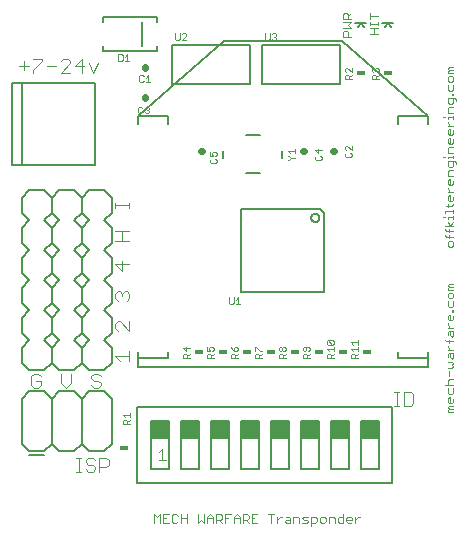
<source format=gto>
G75*
G70*
%OFA0B0*%
%FSLAX24Y24*%
%IPPOS*%
%LPD*%
%AMOC8*
5,1,8,0,0,1.08239X$1,22.5*
%
%ADD10C,0.0040*%
%ADD11C,0.0030*%
%ADD12C,0.0020*%
%ADD13C,0.0080*%
%ADD14C,0.0060*%
%ADD15R,0.0600X0.0600*%
%ADD16R,0.0300X0.0180*%
%ADD17C,0.0220*%
D10*
X002670Y002370D02*
X002823Y002370D01*
X002747Y002370D02*
X002747Y002830D01*
X002823Y002830D02*
X002670Y002830D01*
X002977Y002754D02*
X002977Y002677D01*
X003054Y002600D01*
X003207Y002600D01*
X003284Y002523D01*
X003284Y002447D01*
X003207Y002370D01*
X003054Y002370D01*
X002977Y002447D01*
X002977Y002754D02*
X003054Y002830D01*
X003207Y002830D01*
X003284Y002754D01*
X003437Y002830D02*
X003668Y002830D01*
X003744Y002754D01*
X003744Y002600D01*
X003668Y002523D01*
X003437Y002523D01*
X003437Y002370D02*
X003437Y002830D01*
X003400Y005170D02*
X003247Y005170D01*
X003170Y005247D01*
X003247Y005400D02*
X003170Y005477D01*
X003170Y005554D01*
X003247Y005630D01*
X003400Y005630D01*
X003477Y005554D01*
X003400Y005400D02*
X003247Y005400D01*
X003400Y005400D02*
X003477Y005323D01*
X003477Y005247D01*
X003400Y005170D01*
X004123Y006070D02*
X003970Y006223D01*
X004430Y006223D01*
X004430Y006070D02*
X004430Y006377D01*
X004430Y007070D02*
X004123Y007377D01*
X004046Y007377D01*
X003970Y007300D01*
X003970Y007147D01*
X004046Y007070D01*
X004430Y007070D02*
X004430Y007377D01*
X004353Y008070D02*
X004430Y008147D01*
X004430Y008300D01*
X004353Y008377D01*
X004277Y008377D01*
X004200Y008300D01*
X004200Y008223D01*
X004200Y008300D02*
X004123Y008377D01*
X004046Y008377D01*
X003970Y008300D01*
X003970Y008147D01*
X004046Y008070D01*
X004200Y009070D02*
X004200Y009377D01*
X004430Y009300D02*
X003970Y009300D01*
X004200Y009070D01*
X004200Y010070D02*
X004200Y010377D01*
X003970Y010377D02*
X004430Y010377D01*
X004430Y010070D02*
X003970Y010070D01*
X003970Y011170D02*
X003970Y011323D01*
X003970Y011247D02*
X004430Y011247D01*
X004430Y011323D02*
X004430Y011170D01*
X003225Y015670D02*
X003379Y015977D01*
X003072Y015977D02*
X003225Y015670D01*
X002918Y015900D02*
X002612Y015900D01*
X002842Y016130D01*
X002842Y015670D01*
X002458Y015670D02*
X002151Y015670D01*
X002458Y015977D01*
X002458Y016054D01*
X002381Y016130D01*
X002228Y016130D01*
X002151Y016054D01*
X001998Y015900D02*
X001691Y015900D01*
X001537Y016054D02*
X001230Y015747D01*
X001230Y015670D01*
X001077Y015900D02*
X000770Y015900D01*
X000923Y015747D02*
X000923Y016054D01*
X001230Y016130D02*
X001537Y016130D01*
X001537Y016054D01*
X001400Y005630D02*
X001247Y005630D01*
X001170Y005554D01*
X001170Y005247D01*
X001247Y005170D01*
X001400Y005170D01*
X001477Y005247D01*
X001477Y005400D01*
X001323Y005400D01*
X001477Y005554D02*
X001400Y005630D01*
X002170Y005630D02*
X002170Y005323D01*
X002323Y005170D01*
X002477Y005323D01*
X002477Y005630D01*
X013270Y005030D02*
X013423Y005030D01*
X013347Y005030D02*
X013347Y004570D01*
X013423Y004570D02*
X013270Y004570D01*
X013577Y004570D02*
X013807Y004570D01*
X013884Y004647D01*
X013884Y004954D01*
X013807Y005030D01*
X013577Y005030D01*
X013577Y004570D01*
D11*
X014945Y005249D02*
X015235Y005249D01*
X015235Y005148D02*
X015235Y005003D01*
X015187Y004954D01*
X015090Y004954D01*
X015042Y005003D01*
X015042Y005148D01*
X015090Y005249D02*
X015042Y005297D01*
X015042Y005394D01*
X015090Y005442D01*
X015235Y005442D01*
X015090Y005544D02*
X015090Y005737D01*
X015042Y005838D02*
X015187Y005838D01*
X015235Y005887D01*
X015187Y005935D01*
X015235Y005983D01*
X015187Y006032D01*
X015042Y006032D01*
X015042Y006181D02*
X015042Y006278D01*
X015090Y006326D01*
X015235Y006326D01*
X015235Y006181D01*
X015187Y006133D01*
X015138Y006181D01*
X015138Y006326D01*
X015138Y006428D02*
X015042Y006524D01*
X015042Y006573D01*
X015090Y006673D02*
X015090Y006770D01*
X014993Y006721D02*
X014945Y006770D01*
X014993Y006721D02*
X015235Y006721D01*
X015187Y006870D02*
X015138Y006918D01*
X015138Y007063D01*
X015090Y007063D02*
X015235Y007063D01*
X015235Y006918D01*
X015187Y006870D01*
X015042Y006918D02*
X015042Y007015D01*
X015090Y007063D01*
X015138Y007164D02*
X015042Y007261D01*
X015042Y007309D01*
X015090Y007410D02*
X015042Y007458D01*
X015042Y007555D01*
X015090Y007603D01*
X015138Y007603D01*
X015138Y007410D01*
X015090Y007410D02*
X015187Y007410D01*
X015235Y007458D01*
X015235Y007555D01*
X015235Y007704D02*
X015235Y007753D01*
X015187Y007753D01*
X015187Y007704D01*
X015235Y007704D01*
X015187Y007852D02*
X015090Y007852D01*
X015042Y007900D01*
X015042Y008045D01*
X015090Y008146D02*
X015187Y008146D01*
X015235Y008195D01*
X015235Y008291D01*
X015187Y008340D01*
X015090Y008340D01*
X015042Y008291D01*
X015042Y008195D01*
X015090Y008146D01*
X015235Y008045D02*
X015235Y007900D01*
X015187Y007852D01*
X015235Y008441D02*
X015042Y008441D01*
X015042Y008489D01*
X015090Y008538D01*
X015042Y008586D01*
X015090Y008635D01*
X015235Y008635D01*
X015235Y008538D02*
X015090Y008538D01*
X015090Y009865D02*
X015187Y009865D01*
X015235Y009913D01*
X015235Y010010D01*
X015187Y010058D01*
X015090Y010058D01*
X015042Y010010D01*
X015042Y009913D01*
X015090Y009865D01*
X015090Y010160D02*
X015090Y010256D01*
X015090Y010356D02*
X015090Y010453D01*
X014993Y010404D02*
X014945Y010453D01*
X014993Y010404D02*
X015235Y010404D01*
X015235Y010553D02*
X014945Y010553D01*
X015042Y010698D02*
X015138Y010553D01*
X015235Y010698D01*
X015235Y010798D02*
X015235Y010895D01*
X015235Y010846D02*
X015042Y010846D01*
X015042Y010798D01*
X014945Y010846D02*
X014896Y010846D01*
X014945Y010994D02*
X014945Y011043D01*
X015235Y011043D01*
X015235Y011091D02*
X015235Y010994D01*
X015187Y011239D02*
X014993Y011239D01*
X015042Y011191D02*
X015042Y011288D01*
X015090Y011387D02*
X015042Y011436D01*
X015042Y011532D01*
X015090Y011581D01*
X015138Y011581D01*
X015138Y011387D01*
X015090Y011387D02*
X015187Y011387D01*
X015235Y011436D01*
X015235Y011532D01*
X015235Y011682D02*
X015042Y011682D01*
X015138Y011682D02*
X015042Y011779D01*
X015042Y011827D01*
X015090Y011928D02*
X015042Y011976D01*
X015042Y012073D01*
X015090Y012121D01*
X015138Y012121D01*
X015138Y011928D01*
X015090Y011928D02*
X015187Y011928D01*
X015235Y011976D01*
X015235Y012073D01*
X015235Y012222D02*
X015042Y012222D01*
X015042Y012367D01*
X015090Y012416D01*
X015235Y012416D01*
X015187Y012517D02*
X015235Y012565D01*
X015235Y012710D01*
X015283Y012710D02*
X015042Y012710D01*
X015042Y012565D01*
X015090Y012517D01*
X015187Y012517D01*
X015332Y012614D02*
X015332Y012662D01*
X015283Y012710D01*
X015235Y012812D02*
X015235Y012908D01*
X015235Y012860D02*
X015042Y012860D01*
X015042Y012812D01*
X014945Y012860D02*
X014896Y012860D01*
X015042Y013008D02*
X015042Y013153D01*
X015090Y013201D01*
X015235Y013201D01*
X015187Y013303D02*
X015090Y013303D01*
X015042Y013351D01*
X015042Y013448D01*
X015090Y013496D01*
X015138Y013496D01*
X015138Y013303D01*
X015187Y013303D02*
X015235Y013351D01*
X015235Y013448D01*
X015187Y013597D02*
X015090Y013597D01*
X015042Y013646D01*
X015042Y013742D01*
X015090Y013791D01*
X015138Y013791D01*
X015138Y013597D01*
X015187Y013597D02*
X015235Y013646D01*
X015235Y013742D01*
X015235Y013892D02*
X015042Y013892D01*
X015138Y013892D02*
X015042Y013989D01*
X015042Y014037D01*
X015042Y014137D02*
X015042Y014186D01*
X015235Y014186D01*
X015235Y014234D02*
X015235Y014137D01*
X015235Y014334D02*
X015042Y014334D01*
X015042Y014479D01*
X015090Y014527D01*
X015235Y014527D01*
X015187Y014629D02*
X015090Y014629D01*
X015042Y014677D01*
X015042Y014822D01*
X015283Y014822D01*
X015332Y014774D01*
X015332Y014725D01*
X015235Y014677D02*
X015235Y014822D01*
X015235Y014923D02*
X015235Y014972D01*
X015187Y014972D01*
X015187Y014923D01*
X015235Y014923D01*
X015187Y015071D02*
X015090Y015071D01*
X015042Y015119D01*
X015042Y015264D01*
X015090Y015365D02*
X015187Y015365D01*
X015235Y015414D01*
X015235Y015510D01*
X015187Y015559D01*
X015090Y015559D01*
X015042Y015510D01*
X015042Y015414D01*
X015090Y015365D01*
X015235Y015264D02*
X015235Y015119D01*
X015187Y015071D01*
X015235Y014677D02*
X015187Y014629D01*
X014945Y014186D02*
X014896Y014186D01*
X015042Y013008D02*
X015235Y013008D01*
X015235Y011288D02*
X015187Y011239D01*
X014945Y010256D02*
X014993Y010208D01*
X015235Y010208D01*
X015235Y007164D02*
X015042Y007164D01*
X015042Y006428D02*
X015235Y006428D01*
X015138Y004853D02*
X015090Y004853D01*
X015042Y004805D01*
X015042Y004708D01*
X015090Y004660D01*
X015187Y004660D01*
X015235Y004708D01*
X015235Y004805D01*
X015138Y004853D02*
X015138Y004660D01*
X015090Y004558D02*
X015235Y004558D01*
X015235Y004462D02*
X015090Y004462D01*
X015042Y004510D01*
X015090Y004558D01*
X015090Y004462D02*
X015042Y004413D01*
X015042Y004365D01*
X015235Y004365D01*
X012108Y000858D02*
X012059Y000858D01*
X011962Y000762D01*
X011962Y000858D02*
X011962Y000665D01*
X011861Y000762D02*
X011668Y000762D01*
X011668Y000810D02*
X011716Y000858D01*
X011813Y000858D01*
X011861Y000810D01*
X011861Y000762D01*
X011813Y000665D02*
X011716Y000665D01*
X011668Y000713D01*
X011668Y000810D01*
X011567Y000858D02*
X011421Y000858D01*
X011373Y000810D01*
X011373Y000713D01*
X011421Y000665D01*
X011567Y000665D01*
X011567Y000955D01*
X011272Y000810D02*
X011272Y000665D01*
X011272Y000810D02*
X011224Y000858D01*
X011078Y000858D01*
X011078Y000665D01*
X010977Y000713D02*
X010977Y000810D01*
X010929Y000858D01*
X010832Y000858D01*
X010784Y000810D01*
X010784Y000713D01*
X010832Y000665D01*
X010929Y000665D01*
X010977Y000713D01*
X010683Y000713D02*
X010634Y000665D01*
X010489Y000665D01*
X010489Y000568D02*
X010489Y000858D01*
X010634Y000858D01*
X010683Y000810D01*
X010683Y000713D01*
X010388Y000713D02*
X010340Y000762D01*
X010243Y000762D01*
X010194Y000810D01*
X010243Y000858D01*
X010388Y000858D01*
X010388Y000713D02*
X010340Y000665D01*
X010194Y000665D01*
X010093Y000665D02*
X010093Y000810D01*
X010045Y000858D01*
X009900Y000858D01*
X009900Y000665D01*
X009799Y000665D02*
X009799Y000810D01*
X009750Y000858D01*
X009654Y000858D01*
X009654Y000762D02*
X009799Y000762D01*
X009799Y000665D02*
X009654Y000665D01*
X009605Y000713D01*
X009654Y000762D01*
X009505Y000858D02*
X009456Y000858D01*
X009360Y000762D01*
X009360Y000858D02*
X009360Y000665D01*
X009162Y000665D02*
X009162Y000955D01*
X009258Y000955D02*
X009065Y000955D01*
X008700Y000955D02*
X008506Y000955D01*
X008506Y000665D01*
X008700Y000665D01*
X008603Y000810D02*
X008506Y000810D01*
X008405Y000810D02*
X008357Y000762D01*
X008212Y000762D01*
X008308Y000762D02*
X008405Y000665D01*
X008405Y000810D02*
X008405Y000907D01*
X008357Y000955D01*
X008212Y000955D01*
X008212Y000665D01*
X008110Y000665D02*
X008110Y000858D01*
X008014Y000955D01*
X007917Y000858D01*
X007917Y000665D01*
X007917Y000810D02*
X008110Y000810D01*
X007816Y000955D02*
X007622Y000955D01*
X007622Y000665D01*
X007521Y000665D02*
X007424Y000762D01*
X007473Y000762D02*
X007328Y000762D01*
X007328Y000665D02*
X007328Y000955D01*
X007473Y000955D01*
X007521Y000907D01*
X007521Y000810D01*
X007473Y000762D01*
X007622Y000810D02*
X007719Y000810D01*
X007226Y000810D02*
X007033Y000810D01*
X007033Y000858D02*
X007130Y000955D01*
X007226Y000858D01*
X007226Y000665D01*
X007033Y000665D02*
X007033Y000858D01*
X006932Y000955D02*
X006932Y000665D01*
X006835Y000762D01*
X006738Y000665D01*
X006738Y000955D01*
X006342Y000955D02*
X006342Y000665D01*
X006342Y000810D02*
X006149Y000810D01*
X006048Y000713D02*
X005999Y000665D01*
X005903Y000665D01*
X005854Y000713D01*
X005854Y000907D01*
X005903Y000955D01*
X005999Y000955D01*
X006048Y000907D01*
X006149Y000955D02*
X006149Y000665D01*
X005753Y000665D02*
X005560Y000665D01*
X005560Y000955D01*
X005753Y000955D01*
X005656Y000810D02*
X005560Y000810D01*
X005458Y000955D02*
X005458Y000665D01*
X005265Y000665D02*
X005265Y000955D01*
X005362Y000858D01*
X005458Y000955D01*
X005415Y002765D02*
X005662Y002765D01*
X005538Y002765D02*
X005538Y003135D01*
X005415Y003012D01*
X015042Y015660D02*
X015042Y015708D01*
X015090Y015757D01*
X015042Y015805D01*
X015090Y015853D01*
X015235Y015853D01*
X015235Y015757D02*
X015090Y015757D01*
X015042Y015660D02*
X015235Y015660D01*
X012735Y016965D02*
X012445Y016965D01*
X012590Y016965D02*
X012590Y017158D01*
X012445Y017158D02*
X012735Y017158D01*
X012735Y017260D02*
X012735Y017356D01*
X012735Y017308D02*
X012445Y017308D01*
X012445Y017260D02*
X012445Y017356D01*
X012445Y017456D02*
X012445Y017650D01*
X012445Y017553D02*
X012735Y017553D01*
X011835Y017648D02*
X011738Y017551D01*
X011738Y017599D02*
X011738Y017454D01*
X011835Y017454D02*
X011545Y017454D01*
X011545Y017599D01*
X011593Y017648D01*
X011690Y017648D01*
X011738Y017599D01*
X011835Y017353D02*
X011545Y017353D01*
X011545Y017160D02*
X011835Y017160D01*
X011738Y017256D01*
X011835Y017353D01*
X011690Y017058D02*
X011738Y017010D01*
X011738Y016865D01*
X011835Y016865D02*
X011545Y016865D01*
X011545Y017010D01*
X011593Y017058D01*
X011690Y017058D01*
D12*
X011693Y015828D02*
X011657Y015828D01*
X011620Y015791D01*
X011620Y015718D01*
X011657Y015681D01*
X011657Y015607D02*
X011730Y015607D01*
X011767Y015570D01*
X011767Y015460D01*
X011840Y015460D02*
X011620Y015460D01*
X011620Y015570D01*
X011657Y015607D01*
X011767Y015533D02*
X011840Y015607D01*
X011840Y015681D02*
X011693Y015828D01*
X011840Y015828D02*
X011840Y015681D01*
X012520Y015718D02*
X012520Y015791D01*
X012557Y015828D01*
X012593Y015828D01*
X012630Y015791D01*
X012667Y015828D01*
X012703Y015828D01*
X012740Y015791D01*
X012740Y015718D01*
X012703Y015681D01*
X012740Y015607D02*
X012667Y015533D01*
X012667Y015570D02*
X012667Y015460D01*
X012740Y015460D02*
X012520Y015460D01*
X012520Y015570D01*
X012557Y015607D01*
X012630Y015607D01*
X012667Y015570D01*
X012557Y015681D02*
X012520Y015718D01*
X012630Y015754D02*
X012630Y015791D01*
X011840Y013228D02*
X011840Y013081D01*
X011693Y013228D01*
X011657Y013228D01*
X011620Y013191D01*
X011620Y013118D01*
X011657Y013081D01*
X011657Y013007D02*
X011620Y012970D01*
X011620Y012897D01*
X011657Y012860D01*
X011803Y012860D01*
X011840Y012897D01*
X011840Y012970D01*
X011803Y013007D01*
X010840Y013091D02*
X010620Y013091D01*
X010730Y012981D01*
X010730Y013128D01*
X010803Y012907D02*
X010840Y012870D01*
X010840Y012797D01*
X010803Y012760D01*
X010657Y012760D01*
X010620Y012797D01*
X010620Y012870D01*
X010657Y012907D01*
X009940Y012833D02*
X009830Y012833D01*
X009757Y012907D01*
X009720Y012907D01*
X009793Y012981D02*
X009720Y013054D01*
X009940Y013054D01*
X009940Y012981D02*
X009940Y013128D01*
X009830Y012833D02*
X009757Y012760D01*
X009720Y012760D01*
X007340Y012697D02*
X007340Y012770D01*
X007303Y012807D01*
X007303Y012881D02*
X007340Y012918D01*
X007340Y012991D01*
X007303Y013028D01*
X007230Y013028D01*
X007193Y012991D01*
X007193Y012954D01*
X007230Y012881D01*
X007120Y012881D01*
X007120Y013028D01*
X007157Y012807D02*
X007120Y012770D01*
X007120Y012697D01*
X007157Y012660D01*
X007303Y012660D01*
X007340Y012697D01*
X005086Y014357D02*
X005049Y014320D01*
X004976Y014320D01*
X004939Y014357D01*
X004865Y014357D02*
X004828Y014320D01*
X004755Y014320D01*
X004718Y014357D01*
X004718Y014503D01*
X004755Y014540D01*
X004828Y014540D01*
X004865Y014503D01*
X004939Y014503D02*
X004976Y014540D01*
X005049Y014540D01*
X005086Y014503D01*
X005086Y014467D01*
X005049Y014430D01*
X005086Y014393D01*
X005086Y014357D01*
X005049Y014430D02*
X005012Y014430D01*
X004981Y015360D02*
X005128Y015360D01*
X005054Y015360D02*
X005054Y015580D01*
X004981Y015507D01*
X004907Y015543D02*
X004870Y015580D01*
X004797Y015580D01*
X004760Y015543D01*
X004760Y015397D01*
X004797Y015360D01*
X004870Y015360D01*
X004907Y015397D01*
X004428Y016060D02*
X004281Y016060D01*
X004354Y016060D02*
X004354Y016280D01*
X004281Y016207D01*
X004207Y016243D02*
X004170Y016280D01*
X004060Y016280D01*
X004060Y016060D01*
X004170Y016060D01*
X004207Y016097D01*
X004207Y016243D01*
X005960Y016797D02*
X005997Y016760D01*
X006070Y016760D01*
X006107Y016797D01*
X006107Y016980D01*
X006181Y016943D02*
X006218Y016980D01*
X006291Y016980D01*
X006328Y016943D01*
X006328Y016907D01*
X006181Y016760D01*
X006328Y016760D01*
X005960Y016797D02*
X005960Y016980D01*
X008960Y016980D02*
X008960Y016797D01*
X008997Y016760D01*
X009070Y016760D01*
X009107Y016797D01*
X009107Y016980D01*
X009181Y016943D02*
X009218Y016980D01*
X009291Y016980D01*
X009328Y016943D01*
X009328Y016907D01*
X009291Y016870D01*
X009328Y016833D01*
X009328Y016797D01*
X009291Y016760D01*
X009218Y016760D01*
X009181Y016797D01*
X009254Y016870D02*
X009291Y016870D01*
X008054Y008180D02*
X008054Y007960D01*
X007981Y007960D02*
X008128Y007960D01*
X007981Y008107D02*
X008054Y008180D01*
X007907Y008180D02*
X007907Y007997D01*
X007870Y007960D01*
X007797Y007960D01*
X007760Y007997D01*
X007760Y008180D01*
X007820Y006528D02*
X007857Y006454D01*
X007930Y006381D01*
X007930Y006491D01*
X007967Y006528D01*
X008003Y006528D01*
X008040Y006491D01*
X008040Y006418D01*
X008003Y006381D01*
X007930Y006381D01*
X007930Y006307D02*
X007967Y006270D01*
X007967Y006160D01*
X008040Y006160D02*
X007820Y006160D01*
X007820Y006270D01*
X007857Y006307D01*
X007930Y006307D01*
X007967Y006233D02*
X008040Y006307D01*
X008620Y006270D02*
X008657Y006307D01*
X008730Y006307D01*
X008767Y006270D01*
X008767Y006160D01*
X008840Y006160D02*
X008620Y006160D01*
X008620Y006270D01*
X008620Y006381D02*
X008620Y006528D01*
X008657Y006528D01*
X008803Y006381D01*
X008840Y006381D01*
X008840Y006307D02*
X008767Y006233D01*
X009420Y006270D02*
X009457Y006307D01*
X009530Y006307D01*
X009567Y006270D01*
X009567Y006160D01*
X009640Y006160D02*
X009420Y006160D01*
X009420Y006270D01*
X009457Y006381D02*
X009493Y006381D01*
X009530Y006418D01*
X009530Y006491D01*
X009567Y006528D01*
X009603Y006528D01*
X009640Y006491D01*
X009640Y006418D01*
X009603Y006381D01*
X009567Y006381D01*
X009530Y006418D01*
X009530Y006491D02*
X009493Y006528D01*
X009457Y006528D01*
X009420Y006491D01*
X009420Y006418D01*
X009457Y006381D01*
X009567Y006233D02*
X009640Y006307D01*
X010220Y006270D02*
X010257Y006307D01*
X010330Y006307D01*
X010367Y006270D01*
X010367Y006160D01*
X010440Y006160D02*
X010220Y006160D01*
X010220Y006270D01*
X010257Y006381D02*
X010293Y006381D01*
X010330Y006418D01*
X010330Y006528D01*
X010403Y006528D02*
X010257Y006528D01*
X010220Y006491D01*
X010220Y006418D01*
X010257Y006381D01*
X010403Y006381D02*
X010440Y006418D01*
X010440Y006491D01*
X010403Y006528D01*
X010440Y006307D02*
X010367Y006233D01*
X011020Y006270D02*
X011057Y006307D01*
X011130Y006307D01*
X011167Y006270D01*
X011167Y006160D01*
X011240Y006160D02*
X011020Y006160D01*
X011020Y006270D01*
X011093Y006381D02*
X011020Y006454D01*
X011240Y006454D01*
X011240Y006381D02*
X011240Y006528D01*
X011203Y006602D02*
X011057Y006749D01*
X011203Y006749D01*
X011240Y006712D01*
X011240Y006639D01*
X011203Y006602D01*
X011057Y006602D01*
X011020Y006639D01*
X011020Y006712D01*
X011057Y006749D01*
X011240Y006307D02*
X011167Y006233D01*
X011820Y006270D02*
X011857Y006307D01*
X011930Y006307D01*
X011967Y006270D01*
X011967Y006160D01*
X012040Y006160D02*
X011820Y006160D01*
X011820Y006270D01*
X011893Y006381D02*
X011820Y006454D01*
X012040Y006454D01*
X012040Y006381D02*
X012040Y006528D01*
X012040Y006602D02*
X012040Y006749D01*
X012040Y006675D02*
X011820Y006675D01*
X011893Y006602D01*
X012040Y006307D02*
X011967Y006233D01*
X007240Y006160D02*
X007020Y006160D01*
X007020Y006270D01*
X007057Y006307D01*
X007130Y006307D01*
X007167Y006270D01*
X007167Y006160D01*
X007167Y006233D02*
X007240Y006307D01*
X007203Y006381D02*
X007240Y006418D01*
X007240Y006491D01*
X007203Y006528D01*
X007130Y006528D01*
X007093Y006491D01*
X007093Y006454D01*
X007130Y006381D01*
X007020Y006381D01*
X007020Y006528D01*
X006440Y006491D02*
X006220Y006491D01*
X006330Y006381D01*
X006330Y006528D01*
X006330Y006307D02*
X006367Y006270D01*
X006367Y006160D01*
X006440Y006160D02*
X006220Y006160D01*
X006220Y006270D01*
X006257Y006307D01*
X006330Y006307D01*
X006367Y006233D02*
X006440Y006307D01*
X004440Y004328D02*
X004440Y004181D01*
X004440Y004254D02*
X004220Y004254D01*
X004293Y004181D01*
X004257Y004107D02*
X004330Y004107D01*
X004367Y004070D01*
X004367Y003960D01*
X004440Y003960D02*
X004220Y003960D01*
X004220Y004070D01*
X004257Y004107D01*
X004367Y004033D02*
X004440Y004107D01*
D13*
X001600Y002918D02*
X001100Y002918D01*
X001100Y003050D02*
X001600Y003050D01*
X001850Y003300D01*
X001850Y004800D01*
X002100Y005050D01*
X002600Y005050D01*
X002850Y004800D01*
X002850Y003300D01*
X003100Y003050D01*
X003600Y003050D01*
X003850Y003300D01*
X003850Y004800D01*
X003600Y005050D01*
X003100Y005050D01*
X002850Y004800D01*
X002600Y005750D02*
X002100Y005750D01*
X001850Y006000D01*
X001850Y006500D01*
X002100Y006750D01*
X001850Y007000D01*
X001850Y007500D01*
X002100Y007750D01*
X001850Y008000D01*
X001850Y008500D01*
X002100Y008750D01*
X001850Y009000D01*
X001850Y009500D01*
X002100Y009750D01*
X001850Y010000D01*
X001850Y010500D01*
X002100Y010750D01*
X001850Y011000D01*
X001850Y011500D01*
X002100Y011750D01*
X002600Y011750D01*
X002850Y011500D01*
X002850Y011000D01*
X003100Y010750D01*
X002850Y010500D01*
X002850Y010000D01*
X003100Y009750D01*
X002850Y009500D01*
X002850Y009000D01*
X003100Y008750D01*
X002850Y008500D01*
X002850Y008000D01*
X003100Y007750D01*
X002850Y007500D01*
X002850Y007000D01*
X003100Y006750D01*
X002850Y006500D01*
X002850Y006000D01*
X003100Y005750D01*
X003600Y005750D01*
X003850Y006000D01*
X003850Y006500D01*
X003600Y006750D01*
X003850Y007000D01*
X003850Y007500D01*
X003600Y007750D01*
X003850Y008000D01*
X003850Y008500D01*
X003600Y008750D01*
X003850Y009000D01*
X003850Y009500D01*
X003600Y009750D01*
X003850Y010000D01*
X003850Y010500D01*
X003600Y010750D01*
X003850Y011000D01*
X003850Y011500D01*
X003600Y011750D01*
X003100Y011750D01*
X002850Y011500D01*
X002850Y011000D01*
X002600Y010750D01*
X002850Y010500D01*
X002850Y010000D01*
X002600Y009750D01*
X002850Y009500D01*
X002850Y009000D01*
X002600Y008750D01*
X002850Y008500D01*
X002850Y008000D01*
X002600Y007750D01*
X002850Y007500D01*
X002850Y007000D01*
X002600Y006750D01*
X002850Y006500D01*
X002850Y006000D01*
X002600Y005750D01*
X001850Y006000D02*
X001600Y005750D01*
X001100Y005750D01*
X000850Y006000D01*
X000850Y006500D01*
X001100Y006750D01*
X000850Y007000D01*
X000850Y007500D01*
X001100Y007750D01*
X000850Y008000D01*
X000850Y008500D01*
X001100Y008750D01*
X000850Y009000D01*
X000850Y009500D01*
X001100Y009750D01*
X000850Y010000D01*
X000850Y010500D01*
X001100Y010750D01*
X000850Y011000D01*
X000850Y011500D01*
X001100Y011750D01*
X001600Y011750D01*
X001850Y011500D01*
X001850Y011000D01*
X001600Y010750D01*
X001850Y010500D01*
X001850Y010000D01*
X001600Y009750D01*
X001850Y009500D01*
X001850Y009000D01*
X001600Y008750D01*
X001850Y008500D01*
X001850Y008000D01*
X001600Y007750D01*
X001850Y007500D01*
X001850Y007000D01*
X001600Y006750D01*
X001850Y006500D01*
X001850Y006000D01*
X001600Y005050D02*
X001100Y005050D01*
X000850Y004800D01*
X000850Y003300D01*
X001100Y003050D01*
X001850Y003300D02*
X002100Y003050D01*
X002600Y003050D01*
X002850Y003300D01*
X001850Y004800D02*
X001600Y005050D01*
X004727Y005850D02*
X014373Y005850D01*
X014373Y006145D01*
X014373Y006362D01*
X014373Y006145D02*
X013389Y006145D01*
X013389Y006362D01*
X008786Y012320D02*
X008314Y012320D01*
X007566Y012832D02*
X007566Y013068D01*
X008314Y013580D02*
X008786Y013580D01*
X009534Y013068D02*
X009534Y012832D01*
X008860Y015300D02*
X008860Y016600D01*
X011440Y016600D01*
X011440Y015300D01*
X008860Y015300D01*
X008440Y015300D02*
X005860Y015300D01*
X005860Y016600D01*
X008440Y016600D01*
X008440Y015300D01*
X007581Y016716D02*
X004727Y014216D01*
X004727Y013960D01*
X004727Y014216D02*
X005711Y014216D01*
X005711Y013960D01*
X005356Y016379D02*
X003544Y016379D01*
X003544Y016556D01*
X003544Y017344D02*
X003544Y017521D01*
X005356Y017521D01*
X005356Y017344D01*
X004844Y017344D02*
X004844Y016556D01*
X005356Y016556D02*
X005356Y016379D01*
X003289Y015339D02*
X000848Y015339D01*
X000848Y012583D01*
X000533Y012583D01*
X000533Y015339D01*
X000848Y015339D01*
X000848Y012583D02*
X003289Y012583D01*
X003289Y015339D01*
X007581Y016716D02*
X011519Y016716D01*
X014373Y014216D01*
X013389Y014216D01*
X013389Y013960D01*
X014373Y013960D02*
X014373Y014216D01*
X013142Y017195D02*
X013050Y017317D01*
X012869Y017317D01*
X012964Y017195D02*
X013040Y017311D01*
X013050Y017317D02*
X013231Y017317D01*
X012331Y017317D02*
X012150Y017317D01*
X012242Y017195D01*
X012150Y017317D02*
X011969Y017317D01*
X012064Y017195D02*
X012140Y017311D01*
X005711Y006362D02*
X005711Y006145D01*
X004727Y006145D01*
X004727Y006362D01*
X004727Y006145D02*
X004727Y005850D01*
D14*
X004700Y004510D02*
X004700Y001990D01*
X013200Y001990D01*
X013200Y004510D01*
X004700Y004510D01*
X005150Y004050D02*
X005150Y002450D01*
X005750Y002450D01*
X005750Y004050D01*
X005150Y004050D01*
X006150Y004050D02*
X006150Y002450D01*
X006750Y002450D01*
X006750Y004050D01*
X006150Y004050D01*
X007150Y004050D02*
X007150Y002450D01*
X007750Y002450D01*
X007750Y004050D01*
X007150Y004050D01*
X008150Y004050D02*
X008150Y002450D01*
X008750Y002450D01*
X008750Y004050D01*
X008150Y004050D01*
X009150Y004050D02*
X009150Y002450D01*
X009750Y002450D01*
X009750Y004050D01*
X009150Y004050D01*
X010150Y004050D02*
X010150Y002450D01*
X010750Y002450D01*
X010750Y004050D01*
X010150Y004050D01*
X011150Y004050D02*
X011150Y002450D01*
X011750Y002450D01*
X011750Y004050D01*
X011150Y004050D01*
X012150Y004050D02*
X012150Y002450D01*
X012750Y002450D01*
X012750Y004050D01*
X012150Y004050D01*
X010930Y008370D02*
X010930Y010990D01*
X010790Y011130D01*
X008170Y011130D01*
X008170Y008370D01*
X010930Y008370D01*
X010489Y010830D02*
X010491Y010853D01*
X010497Y010876D01*
X010506Y010897D01*
X010519Y010917D01*
X010535Y010934D01*
X010553Y010948D01*
X010573Y010959D01*
X010595Y010967D01*
X010618Y010971D01*
X010642Y010971D01*
X010665Y010967D01*
X010687Y010959D01*
X010707Y010948D01*
X010725Y010934D01*
X010741Y010917D01*
X010754Y010897D01*
X010763Y010876D01*
X010769Y010853D01*
X010771Y010830D01*
X010769Y010807D01*
X010763Y010784D01*
X010754Y010763D01*
X010741Y010743D01*
X010725Y010726D01*
X010707Y010712D01*
X010687Y010701D01*
X010665Y010693D01*
X010642Y010689D01*
X010618Y010689D01*
X010595Y010693D01*
X010573Y010701D01*
X010553Y010712D01*
X010535Y010726D01*
X010519Y010743D01*
X010506Y010763D01*
X010497Y010784D01*
X010491Y010807D01*
X010489Y010830D01*
D15*
X010450Y003750D03*
X009450Y003750D03*
X008450Y003750D03*
X007450Y003750D03*
X006450Y003750D03*
X005450Y003750D03*
X011450Y003750D03*
X012450Y003750D03*
D16*
X012350Y006350D03*
X011550Y006350D03*
X010750Y006350D03*
X009950Y006350D03*
X009150Y006350D03*
X008350Y006350D03*
X007550Y006350D03*
X006750Y006350D03*
X004250Y003150D03*
X012150Y015650D03*
X013050Y015650D03*
D17*
X011262Y013050D02*
X011238Y013050D01*
X010262Y013050D02*
X010238Y013050D01*
X006862Y013050D02*
X006838Y013050D01*
X004950Y014838D02*
X004950Y014862D01*
X004950Y015838D02*
X004950Y015862D01*
M02*

</source>
